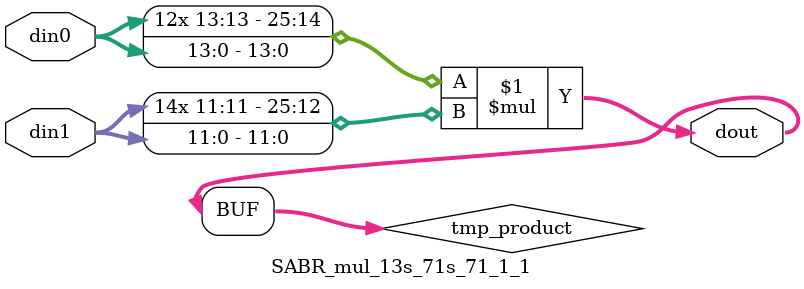
<source format=v>

`timescale 1 ns / 1 ps

 module SABR_mul_13s_71s_71_1_1(din0, din1, dout);
parameter ID = 1;
parameter NUM_STAGE = 0;
parameter din0_WIDTH = 14;
parameter din1_WIDTH = 12;
parameter dout_WIDTH = 26;

input [din0_WIDTH - 1 : 0] din0; 
input [din1_WIDTH - 1 : 0] din1; 
output [dout_WIDTH - 1 : 0] dout;

wire signed [dout_WIDTH - 1 : 0] tmp_product;



























assign tmp_product = $signed(din0) * $signed(din1);








assign dout = tmp_product;





















endmodule

</source>
